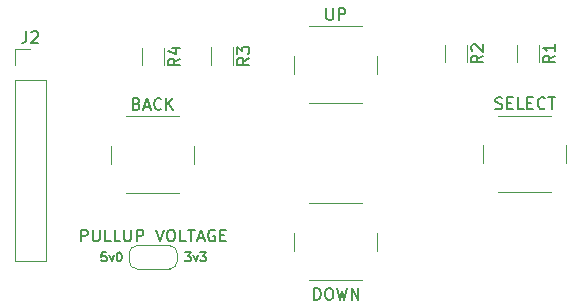
<source format=gbr>
%TF.GenerationSoftware,KiCad,Pcbnew,8.0.3*%
%TF.CreationDate,2024-06-12T19:29:14-06:00*%
%TF.ProjectId,CutMachine_PCB,4375744d-6163-4686-996e-655f5043422e,rev?*%
%TF.SameCoordinates,Original*%
%TF.FileFunction,Legend,Top*%
%TF.FilePolarity,Positive*%
%FSLAX46Y46*%
G04 Gerber Fmt 4.6, Leading zero omitted, Abs format (unit mm)*
G04 Created by KiCad (PCBNEW 8.0.3) date 2024-06-12 19:29:14*
%MOMM*%
%LPD*%
G01*
G04 APERTURE LIST*
%ADD10C,0.150000*%
%ADD11C,0.120000*%
G04 APERTURE END LIST*
D10*
X87998857Y-94705009D02*
X88141714Y-94752628D01*
X88141714Y-94752628D02*
X88189333Y-94800247D01*
X88189333Y-94800247D02*
X88236952Y-94895485D01*
X88236952Y-94895485D02*
X88236952Y-95038342D01*
X88236952Y-95038342D02*
X88189333Y-95133580D01*
X88189333Y-95133580D02*
X88141714Y-95181200D01*
X88141714Y-95181200D02*
X88046476Y-95228819D01*
X88046476Y-95228819D02*
X87665524Y-95228819D01*
X87665524Y-95228819D02*
X87665524Y-94228819D01*
X87665524Y-94228819D02*
X87998857Y-94228819D01*
X87998857Y-94228819D02*
X88094095Y-94276438D01*
X88094095Y-94276438D02*
X88141714Y-94324057D01*
X88141714Y-94324057D02*
X88189333Y-94419295D01*
X88189333Y-94419295D02*
X88189333Y-94514533D01*
X88189333Y-94514533D02*
X88141714Y-94609771D01*
X88141714Y-94609771D02*
X88094095Y-94657390D01*
X88094095Y-94657390D02*
X87998857Y-94705009D01*
X87998857Y-94705009D02*
X87665524Y-94705009D01*
X88617905Y-94943104D02*
X89094095Y-94943104D01*
X88522667Y-95228819D02*
X88856000Y-94228819D01*
X88856000Y-94228819D02*
X89189333Y-95228819D01*
X90094095Y-95133580D02*
X90046476Y-95181200D01*
X90046476Y-95181200D02*
X89903619Y-95228819D01*
X89903619Y-95228819D02*
X89808381Y-95228819D01*
X89808381Y-95228819D02*
X89665524Y-95181200D01*
X89665524Y-95181200D02*
X89570286Y-95085961D01*
X89570286Y-95085961D02*
X89522667Y-94990723D01*
X89522667Y-94990723D02*
X89475048Y-94800247D01*
X89475048Y-94800247D02*
X89475048Y-94657390D01*
X89475048Y-94657390D02*
X89522667Y-94466914D01*
X89522667Y-94466914D02*
X89570286Y-94371676D01*
X89570286Y-94371676D02*
X89665524Y-94276438D01*
X89665524Y-94276438D02*
X89808381Y-94228819D01*
X89808381Y-94228819D02*
X89903619Y-94228819D01*
X89903619Y-94228819D02*
X90046476Y-94276438D01*
X90046476Y-94276438D02*
X90094095Y-94324057D01*
X90522667Y-95228819D02*
X90522667Y-94228819D01*
X91094095Y-95228819D02*
X90665524Y-94657390D01*
X91094095Y-94228819D02*
X90522667Y-94800247D01*
X103021048Y-111294819D02*
X103021048Y-110294819D01*
X103021048Y-110294819D02*
X103259143Y-110294819D01*
X103259143Y-110294819D02*
X103402000Y-110342438D01*
X103402000Y-110342438D02*
X103497238Y-110437676D01*
X103497238Y-110437676D02*
X103544857Y-110532914D01*
X103544857Y-110532914D02*
X103592476Y-110723390D01*
X103592476Y-110723390D02*
X103592476Y-110866247D01*
X103592476Y-110866247D02*
X103544857Y-111056723D01*
X103544857Y-111056723D02*
X103497238Y-111151961D01*
X103497238Y-111151961D02*
X103402000Y-111247200D01*
X103402000Y-111247200D02*
X103259143Y-111294819D01*
X103259143Y-111294819D02*
X103021048Y-111294819D01*
X104211524Y-110294819D02*
X104402000Y-110294819D01*
X104402000Y-110294819D02*
X104497238Y-110342438D01*
X104497238Y-110342438D02*
X104592476Y-110437676D01*
X104592476Y-110437676D02*
X104640095Y-110628152D01*
X104640095Y-110628152D02*
X104640095Y-110961485D01*
X104640095Y-110961485D02*
X104592476Y-111151961D01*
X104592476Y-111151961D02*
X104497238Y-111247200D01*
X104497238Y-111247200D02*
X104402000Y-111294819D01*
X104402000Y-111294819D02*
X104211524Y-111294819D01*
X104211524Y-111294819D02*
X104116286Y-111247200D01*
X104116286Y-111247200D02*
X104021048Y-111151961D01*
X104021048Y-111151961D02*
X103973429Y-110961485D01*
X103973429Y-110961485D02*
X103973429Y-110628152D01*
X103973429Y-110628152D02*
X104021048Y-110437676D01*
X104021048Y-110437676D02*
X104116286Y-110342438D01*
X104116286Y-110342438D02*
X104211524Y-110294819D01*
X104973429Y-110294819D02*
X105211524Y-111294819D01*
X105211524Y-111294819D02*
X105402000Y-110580533D01*
X105402000Y-110580533D02*
X105592476Y-111294819D01*
X105592476Y-111294819D02*
X105830572Y-110294819D01*
X106211524Y-111294819D02*
X106211524Y-110294819D01*
X106211524Y-110294819D02*
X106782952Y-111294819D01*
X106782952Y-111294819D02*
X106782952Y-110294819D01*
X104064286Y-86608819D02*
X104064286Y-87418342D01*
X104064286Y-87418342D02*
X104111905Y-87513580D01*
X104111905Y-87513580D02*
X104159524Y-87561200D01*
X104159524Y-87561200D02*
X104254762Y-87608819D01*
X104254762Y-87608819D02*
X104445238Y-87608819D01*
X104445238Y-87608819D02*
X104540476Y-87561200D01*
X104540476Y-87561200D02*
X104588095Y-87513580D01*
X104588095Y-87513580D02*
X104635714Y-87418342D01*
X104635714Y-87418342D02*
X104635714Y-86608819D01*
X105111905Y-87608819D02*
X105111905Y-86608819D01*
X105111905Y-86608819D02*
X105492857Y-86608819D01*
X105492857Y-86608819D02*
X105588095Y-86656438D01*
X105588095Y-86656438D02*
X105635714Y-86704057D01*
X105635714Y-86704057D02*
X105683333Y-86799295D01*
X105683333Y-86799295D02*
X105683333Y-86942152D01*
X105683333Y-86942152D02*
X105635714Y-87037390D01*
X105635714Y-87037390D02*
X105588095Y-87085009D01*
X105588095Y-87085009D02*
X105492857Y-87132628D01*
X105492857Y-87132628D02*
X105111905Y-87132628D01*
X118375809Y-95109200D02*
X118518666Y-95156819D01*
X118518666Y-95156819D02*
X118756761Y-95156819D01*
X118756761Y-95156819D02*
X118851999Y-95109200D01*
X118851999Y-95109200D02*
X118899618Y-95061580D01*
X118899618Y-95061580D02*
X118947237Y-94966342D01*
X118947237Y-94966342D02*
X118947237Y-94871104D01*
X118947237Y-94871104D02*
X118899618Y-94775866D01*
X118899618Y-94775866D02*
X118851999Y-94728247D01*
X118851999Y-94728247D02*
X118756761Y-94680628D01*
X118756761Y-94680628D02*
X118566285Y-94633009D01*
X118566285Y-94633009D02*
X118471047Y-94585390D01*
X118471047Y-94585390D02*
X118423428Y-94537771D01*
X118423428Y-94537771D02*
X118375809Y-94442533D01*
X118375809Y-94442533D02*
X118375809Y-94347295D01*
X118375809Y-94347295D02*
X118423428Y-94252057D01*
X118423428Y-94252057D02*
X118471047Y-94204438D01*
X118471047Y-94204438D02*
X118566285Y-94156819D01*
X118566285Y-94156819D02*
X118804380Y-94156819D01*
X118804380Y-94156819D02*
X118947237Y-94204438D01*
X119375809Y-94633009D02*
X119709142Y-94633009D01*
X119851999Y-95156819D02*
X119375809Y-95156819D01*
X119375809Y-95156819D02*
X119375809Y-94156819D01*
X119375809Y-94156819D02*
X119851999Y-94156819D01*
X120756761Y-95156819D02*
X120280571Y-95156819D01*
X120280571Y-95156819D02*
X120280571Y-94156819D01*
X121090095Y-94633009D02*
X121423428Y-94633009D01*
X121566285Y-95156819D02*
X121090095Y-95156819D01*
X121090095Y-95156819D02*
X121090095Y-94156819D01*
X121090095Y-94156819D02*
X121566285Y-94156819D01*
X122566285Y-95061580D02*
X122518666Y-95109200D01*
X122518666Y-95109200D02*
X122375809Y-95156819D01*
X122375809Y-95156819D02*
X122280571Y-95156819D01*
X122280571Y-95156819D02*
X122137714Y-95109200D01*
X122137714Y-95109200D02*
X122042476Y-95013961D01*
X122042476Y-95013961D02*
X121994857Y-94918723D01*
X121994857Y-94918723D02*
X121947238Y-94728247D01*
X121947238Y-94728247D02*
X121947238Y-94585390D01*
X121947238Y-94585390D02*
X121994857Y-94394914D01*
X121994857Y-94394914D02*
X122042476Y-94299676D01*
X122042476Y-94299676D02*
X122137714Y-94204438D01*
X122137714Y-94204438D02*
X122280571Y-94156819D01*
X122280571Y-94156819D02*
X122375809Y-94156819D01*
X122375809Y-94156819D02*
X122518666Y-94204438D01*
X122518666Y-94204438D02*
X122566285Y-94252057D01*
X122852000Y-94156819D02*
X123423428Y-94156819D01*
X123137714Y-95156819D02*
X123137714Y-94156819D01*
X91682819Y-90870666D02*
X91206628Y-91203999D01*
X91682819Y-91442094D02*
X90682819Y-91442094D01*
X90682819Y-91442094D02*
X90682819Y-91061142D01*
X90682819Y-91061142D02*
X90730438Y-90965904D01*
X90730438Y-90965904D02*
X90778057Y-90918285D01*
X90778057Y-90918285D02*
X90873295Y-90870666D01*
X90873295Y-90870666D02*
X91016152Y-90870666D01*
X91016152Y-90870666D02*
X91111390Y-90918285D01*
X91111390Y-90918285D02*
X91159009Y-90965904D01*
X91159009Y-90965904D02*
X91206628Y-91061142D01*
X91206628Y-91061142D02*
X91206628Y-91442094D01*
X91016152Y-90013523D02*
X91682819Y-90013523D01*
X90635200Y-90251618D02*
X91349485Y-90489713D01*
X91349485Y-90489713D02*
X91349485Y-89870666D01*
X97524819Y-90818666D02*
X97048628Y-91151999D01*
X97524819Y-91390094D02*
X96524819Y-91390094D01*
X96524819Y-91390094D02*
X96524819Y-91009142D01*
X96524819Y-91009142D02*
X96572438Y-90913904D01*
X96572438Y-90913904D02*
X96620057Y-90866285D01*
X96620057Y-90866285D02*
X96715295Y-90818666D01*
X96715295Y-90818666D02*
X96858152Y-90818666D01*
X96858152Y-90818666D02*
X96953390Y-90866285D01*
X96953390Y-90866285D02*
X97001009Y-90913904D01*
X97001009Y-90913904D02*
X97048628Y-91009142D01*
X97048628Y-91009142D02*
X97048628Y-91390094D01*
X96524819Y-90485332D02*
X96524819Y-89866285D01*
X96524819Y-89866285D02*
X96905771Y-90199618D01*
X96905771Y-90199618D02*
X96905771Y-90056761D01*
X96905771Y-90056761D02*
X96953390Y-89961523D01*
X96953390Y-89961523D02*
X97001009Y-89913904D01*
X97001009Y-89913904D02*
X97096247Y-89866285D01*
X97096247Y-89866285D02*
X97334342Y-89866285D01*
X97334342Y-89866285D02*
X97429580Y-89913904D01*
X97429580Y-89913904D02*
X97477200Y-89961523D01*
X97477200Y-89961523D02*
X97524819Y-90056761D01*
X97524819Y-90056761D02*
X97524819Y-90342475D01*
X97524819Y-90342475D02*
X97477200Y-90437713D01*
X97477200Y-90437713D02*
X97429580Y-90485332D01*
X117336819Y-90616666D02*
X116860628Y-90949999D01*
X117336819Y-91188094D02*
X116336819Y-91188094D01*
X116336819Y-91188094D02*
X116336819Y-90807142D01*
X116336819Y-90807142D02*
X116384438Y-90711904D01*
X116384438Y-90711904D02*
X116432057Y-90664285D01*
X116432057Y-90664285D02*
X116527295Y-90616666D01*
X116527295Y-90616666D02*
X116670152Y-90616666D01*
X116670152Y-90616666D02*
X116765390Y-90664285D01*
X116765390Y-90664285D02*
X116813009Y-90711904D01*
X116813009Y-90711904D02*
X116860628Y-90807142D01*
X116860628Y-90807142D02*
X116860628Y-91188094D01*
X116432057Y-90235713D02*
X116384438Y-90188094D01*
X116384438Y-90188094D02*
X116336819Y-90092856D01*
X116336819Y-90092856D02*
X116336819Y-89854761D01*
X116336819Y-89854761D02*
X116384438Y-89759523D01*
X116384438Y-89759523D02*
X116432057Y-89711904D01*
X116432057Y-89711904D02*
X116527295Y-89664285D01*
X116527295Y-89664285D02*
X116622533Y-89664285D01*
X116622533Y-89664285D02*
X116765390Y-89711904D01*
X116765390Y-89711904D02*
X117336819Y-90283332D01*
X117336819Y-90283332D02*
X117336819Y-89664285D01*
X123432819Y-90616666D02*
X122956628Y-90949999D01*
X123432819Y-91188094D02*
X122432819Y-91188094D01*
X122432819Y-91188094D02*
X122432819Y-90807142D01*
X122432819Y-90807142D02*
X122480438Y-90711904D01*
X122480438Y-90711904D02*
X122528057Y-90664285D01*
X122528057Y-90664285D02*
X122623295Y-90616666D01*
X122623295Y-90616666D02*
X122766152Y-90616666D01*
X122766152Y-90616666D02*
X122861390Y-90664285D01*
X122861390Y-90664285D02*
X122909009Y-90711904D01*
X122909009Y-90711904D02*
X122956628Y-90807142D01*
X122956628Y-90807142D02*
X122956628Y-91188094D01*
X123432819Y-89664285D02*
X123432819Y-90235713D01*
X123432819Y-89949999D02*
X122432819Y-89949999D01*
X122432819Y-89949999D02*
X122575676Y-90045237D01*
X122575676Y-90045237D02*
X122670914Y-90140475D01*
X122670914Y-90140475D02*
X122718533Y-90235713D01*
X83288952Y-106350819D02*
X83288952Y-105350819D01*
X83288952Y-105350819D02*
X83669904Y-105350819D01*
X83669904Y-105350819D02*
X83765142Y-105398438D01*
X83765142Y-105398438D02*
X83812761Y-105446057D01*
X83812761Y-105446057D02*
X83860380Y-105541295D01*
X83860380Y-105541295D02*
X83860380Y-105684152D01*
X83860380Y-105684152D02*
X83812761Y-105779390D01*
X83812761Y-105779390D02*
X83765142Y-105827009D01*
X83765142Y-105827009D02*
X83669904Y-105874628D01*
X83669904Y-105874628D02*
X83288952Y-105874628D01*
X84288952Y-105350819D02*
X84288952Y-106160342D01*
X84288952Y-106160342D02*
X84336571Y-106255580D01*
X84336571Y-106255580D02*
X84384190Y-106303200D01*
X84384190Y-106303200D02*
X84479428Y-106350819D01*
X84479428Y-106350819D02*
X84669904Y-106350819D01*
X84669904Y-106350819D02*
X84765142Y-106303200D01*
X84765142Y-106303200D02*
X84812761Y-106255580D01*
X84812761Y-106255580D02*
X84860380Y-106160342D01*
X84860380Y-106160342D02*
X84860380Y-105350819D01*
X85812761Y-106350819D02*
X85336571Y-106350819D01*
X85336571Y-106350819D02*
X85336571Y-105350819D01*
X86622285Y-106350819D02*
X86146095Y-106350819D01*
X86146095Y-106350819D02*
X86146095Y-105350819D01*
X86955619Y-105350819D02*
X86955619Y-106160342D01*
X86955619Y-106160342D02*
X87003238Y-106255580D01*
X87003238Y-106255580D02*
X87050857Y-106303200D01*
X87050857Y-106303200D02*
X87146095Y-106350819D01*
X87146095Y-106350819D02*
X87336571Y-106350819D01*
X87336571Y-106350819D02*
X87431809Y-106303200D01*
X87431809Y-106303200D02*
X87479428Y-106255580D01*
X87479428Y-106255580D02*
X87527047Y-106160342D01*
X87527047Y-106160342D02*
X87527047Y-105350819D01*
X88003238Y-106350819D02*
X88003238Y-105350819D01*
X88003238Y-105350819D02*
X88384190Y-105350819D01*
X88384190Y-105350819D02*
X88479428Y-105398438D01*
X88479428Y-105398438D02*
X88527047Y-105446057D01*
X88527047Y-105446057D02*
X88574666Y-105541295D01*
X88574666Y-105541295D02*
X88574666Y-105684152D01*
X88574666Y-105684152D02*
X88527047Y-105779390D01*
X88527047Y-105779390D02*
X88479428Y-105827009D01*
X88479428Y-105827009D02*
X88384190Y-105874628D01*
X88384190Y-105874628D02*
X88003238Y-105874628D01*
X89622286Y-105350819D02*
X89955619Y-106350819D01*
X89955619Y-106350819D02*
X90288952Y-105350819D01*
X90812762Y-105350819D02*
X91003238Y-105350819D01*
X91003238Y-105350819D02*
X91098476Y-105398438D01*
X91098476Y-105398438D02*
X91193714Y-105493676D01*
X91193714Y-105493676D02*
X91241333Y-105684152D01*
X91241333Y-105684152D02*
X91241333Y-106017485D01*
X91241333Y-106017485D02*
X91193714Y-106207961D01*
X91193714Y-106207961D02*
X91098476Y-106303200D01*
X91098476Y-106303200D02*
X91003238Y-106350819D01*
X91003238Y-106350819D02*
X90812762Y-106350819D01*
X90812762Y-106350819D02*
X90717524Y-106303200D01*
X90717524Y-106303200D02*
X90622286Y-106207961D01*
X90622286Y-106207961D02*
X90574667Y-106017485D01*
X90574667Y-106017485D02*
X90574667Y-105684152D01*
X90574667Y-105684152D02*
X90622286Y-105493676D01*
X90622286Y-105493676D02*
X90717524Y-105398438D01*
X90717524Y-105398438D02*
X90812762Y-105350819D01*
X92146095Y-106350819D02*
X91669905Y-106350819D01*
X91669905Y-106350819D02*
X91669905Y-105350819D01*
X92336572Y-105350819D02*
X92908000Y-105350819D01*
X92622286Y-106350819D02*
X92622286Y-105350819D01*
X93193715Y-106065104D02*
X93669905Y-106065104D01*
X93098477Y-106350819D02*
X93431810Y-105350819D01*
X93431810Y-105350819D02*
X93765143Y-106350819D01*
X94622286Y-105398438D02*
X94527048Y-105350819D01*
X94527048Y-105350819D02*
X94384191Y-105350819D01*
X94384191Y-105350819D02*
X94241334Y-105398438D01*
X94241334Y-105398438D02*
X94146096Y-105493676D01*
X94146096Y-105493676D02*
X94098477Y-105588914D01*
X94098477Y-105588914D02*
X94050858Y-105779390D01*
X94050858Y-105779390D02*
X94050858Y-105922247D01*
X94050858Y-105922247D02*
X94098477Y-106112723D01*
X94098477Y-106112723D02*
X94146096Y-106207961D01*
X94146096Y-106207961D02*
X94241334Y-106303200D01*
X94241334Y-106303200D02*
X94384191Y-106350819D01*
X94384191Y-106350819D02*
X94479429Y-106350819D01*
X94479429Y-106350819D02*
X94622286Y-106303200D01*
X94622286Y-106303200D02*
X94669905Y-106255580D01*
X94669905Y-106255580D02*
X94669905Y-105922247D01*
X94669905Y-105922247D02*
X94479429Y-105922247D01*
X95098477Y-105827009D02*
X95431810Y-105827009D01*
X95574667Y-106350819D02*
X95098477Y-106350819D01*
X95098477Y-106350819D02*
X95098477Y-105350819D01*
X95098477Y-105350819D02*
X95574667Y-105350819D01*
X85417714Y-107285164D02*
X85060571Y-107285164D01*
X85060571Y-107285164D02*
X85024857Y-107642307D01*
X85024857Y-107642307D02*
X85060571Y-107606592D01*
X85060571Y-107606592D02*
X85132000Y-107570878D01*
X85132000Y-107570878D02*
X85310571Y-107570878D01*
X85310571Y-107570878D02*
X85382000Y-107606592D01*
X85382000Y-107606592D02*
X85417714Y-107642307D01*
X85417714Y-107642307D02*
X85453428Y-107713735D01*
X85453428Y-107713735D02*
X85453428Y-107892307D01*
X85453428Y-107892307D02*
X85417714Y-107963735D01*
X85417714Y-107963735D02*
X85382000Y-107999450D01*
X85382000Y-107999450D02*
X85310571Y-108035164D01*
X85310571Y-108035164D02*
X85132000Y-108035164D01*
X85132000Y-108035164D02*
X85060571Y-107999450D01*
X85060571Y-107999450D02*
X85024857Y-107963735D01*
X85703428Y-107535164D02*
X85882000Y-108035164D01*
X85882000Y-108035164D02*
X86060571Y-107535164D01*
X86489143Y-107285164D02*
X86560572Y-107285164D01*
X86560572Y-107285164D02*
X86632000Y-107320878D01*
X86632000Y-107320878D02*
X86667715Y-107356592D01*
X86667715Y-107356592D02*
X86703429Y-107428021D01*
X86703429Y-107428021D02*
X86739143Y-107570878D01*
X86739143Y-107570878D02*
X86739143Y-107749450D01*
X86739143Y-107749450D02*
X86703429Y-107892307D01*
X86703429Y-107892307D02*
X86667715Y-107963735D01*
X86667715Y-107963735D02*
X86632000Y-107999450D01*
X86632000Y-107999450D02*
X86560572Y-108035164D01*
X86560572Y-108035164D02*
X86489143Y-108035164D01*
X86489143Y-108035164D02*
X86417715Y-107999450D01*
X86417715Y-107999450D02*
X86382000Y-107963735D01*
X86382000Y-107963735D02*
X86346286Y-107892307D01*
X86346286Y-107892307D02*
X86310572Y-107749450D01*
X86310572Y-107749450D02*
X86310572Y-107570878D01*
X86310572Y-107570878D02*
X86346286Y-107428021D01*
X86346286Y-107428021D02*
X86382000Y-107356592D01*
X86382000Y-107356592D02*
X86417715Y-107320878D01*
X86417715Y-107320878D02*
X86489143Y-107285164D01*
X92101142Y-107285164D02*
X92565428Y-107285164D01*
X92565428Y-107285164D02*
X92315428Y-107570878D01*
X92315428Y-107570878D02*
X92422571Y-107570878D01*
X92422571Y-107570878D02*
X92494000Y-107606592D01*
X92494000Y-107606592D02*
X92529714Y-107642307D01*
X92529714Y-107642307D02*
X92565428Y-107713735D01*
X92565428Y-107713735D02*
X92565428Y-107892307D01*
X92565428Y-107892307D02*
X92529714Y-107963735D01*
X92529714Y-107963735D02*
X92494000Y-107999450D01*
X92494000Y-107999450D02*
X92422571Y-108035164D01*
X92422571Y-108035164D02*
X92208285Y-108035164D01*
X92208285Y-108035164D02*
X92136857Y-107999450D01*
X92136857Y-107999450D02*
X92101142Y-107963735D01*
X92815428Y-107535164D02*
X92994000Y-108035164D01*
X92994000Y-108035164D02*
X93172571Y-107535164D01*
X93386857Y-107285164D02*
X93851143Y-107285164D01*
X93851143Y-107285164D02*
X93601143Y-107570878D01*
X93601143Y-107570878D02*
X93708286Y-107570878D01*
X93708286Y-107570878D02*
X93779715Y-107606592D01*
X93779715Y-107606592D02*
X93815429Y-107642307D01*
X93815429Y-107642307D02*
X93851143Y-107713735D01*
X93851143Y-107713735D02*
X93851143Y-107892307D01*
X93851143Y-107892307D02*
X93815429Y-107963735D01*
X93815429Y-107963735D02*
X93779715Y-107999450D01*
X93779715Y-107999450D02*
X93708286Y-108035164D01*
X93708286Y-108035164D02*
X93494000Y-108035164D01*
X93494000Y-108035164D02*
X93422572Y-107999450D01*
X93422572Y-107999450D02*
X93386857Y-107963735D01*
X78660666Y-88559819D02*
X78660666Y-89274104D01*
X78660666Y-89274104D02*
X78613047Y-89416961D01*
X78613047Y-89416961D02*
X78517809Y-89512200D01*
X78517809Y-89512200D02*
X78374952Y-89559819D01*
X78374952Y-89559819D02*
X78279714Y-89559819D01*
X79089238Y-88655057D02*
X79136857Y-88607438D01*
X79136857Y-88607438D02*
X79232095Y-88559819D01*
X79232095Y-88559819D02*
X79470190Y-88559819D01*
X79470190Y-88559819D02*
X79565428Y-88607438D01*
X79565428Y-88607438D02*
X79613047Y-88655057D01*
X79613047Y-88655057D02*
X79660666Y-88750295D01*
X79660666Y-88750295D02*
X79660666Y-88845533D01*
X79660666Y-88845533D02*
X79613047Y-88988390D01*
X79613047Y-88988390D02*
X79041619Y-89559819D01*
X79041619Y-89559819D02*
X79660666Y-89559819D01*
D11*
%TO.C,BACK*%
X85856000Y-98274000D02*
X85856000Y-99774000D01*
X87106000Y-102274000D02*
X91606000Y-102274000D01*
X91606000Y-95774000D02*
X87106000Y-95774000D01*
X92856000Y-99774000D02*
X92856000Y-98274000D01*
%TO.C,SW3*%
X101350000Y-105640000D02*
X101350000Y-107140000D01*
X102600000Y-109640000D02*
X107100000Y-109640000D01*
X107100000Y-103140000D02*
X102600000Y-103140000D01*
X108350000Y-107140000D02*
X108350000Y-105640000D01*
%TO.C,UP*%
X101350000Y-90654000D02*
X101350000Y-92154000D01*
X102600000Y-94654000D02*
X107100000Y-94654000D01*
X107100000Y-88154000D02*
X102600000Y-88154000D01*
X108350000Y-92154000D02*
X108350000Y-90654000D01*
%TO.C,SELECT*%
X117352000Y-98202000D02*
X117352000Y-99702000D01*
X118602000Y-102202000D02*
X123102000Y-102202000D01*
X123102000Y-95702000D02*
X118602000Y-95702000D01*
X124352000Y-99702000D02*
X124352000Y-98202000D01*
%TO.C,R4*%
X90318000Y-89976936D02*
X90318000Y-91431064D01*
X88498000Y-89976936D02*
X88498000Y-91431064D01*
%TO.C,R3*%
X96160000Y-89924936D02*
X96160000Y-91379064D01*
X94340000Y-89924936D02*
X94340000Y-91379064D01*
%TO.C,R2*%
X115972000Y-89722936D02*
X115972000Y-91177064D01*
X114152000Y-89722936D02*
X114152000Y-91177064D01*
%TO.C,R1*%
X122068000Y-89722936D02*
X122068000Y-91177064D01*
X120248000Y-89722936D02*
X120248000Y-91177064D01*
%TO.C,PULLUP VOLTAGE*%
X87358000Y-107996000D02*
X87358000Y-107396000D01*
X88008000Y-106696000D02*
X90808000Y-106696000D01*
X90808000Y-108696000D02*
X88008000Y-108696000D01*
X91458000Y-107396000D02*
X91458000Y-107996000D01*
X87358000Y-107396000D02*
G75*
G02*
X88058000Y-106696000I699999J1D01*
G01*
X88058000Y-108696000D02*
G75*
G02*
X87358000Y-107996000I-1J699999D01*
G01*
X90758000Y-106696000D02*
G75*
G02*
X91458000Y-107396000I0J-700000D01*
G01*
X91458000Y-107996000D02*
G75*
G02*
X90758000Y-108696000I-700000J0D01*
G01*
%TO.C,J2*%
X77664000Y-90105000D02*
X78994000Y-90105000D01*
X77664000Y-91435000D02*
X77664000Y-90105000D01*
X77664000Y-92705000D02*
X77664000Y-108005000D01*
X77664000Y-92705000D02*
X80324000Y-92705000D01*
X77664000Y-108005000D02*
X80324000Y-108005000D01*
X80324000Y-92705000D02*
X80324000Y-108005000D01*
%TD*%
M02*

</source>
